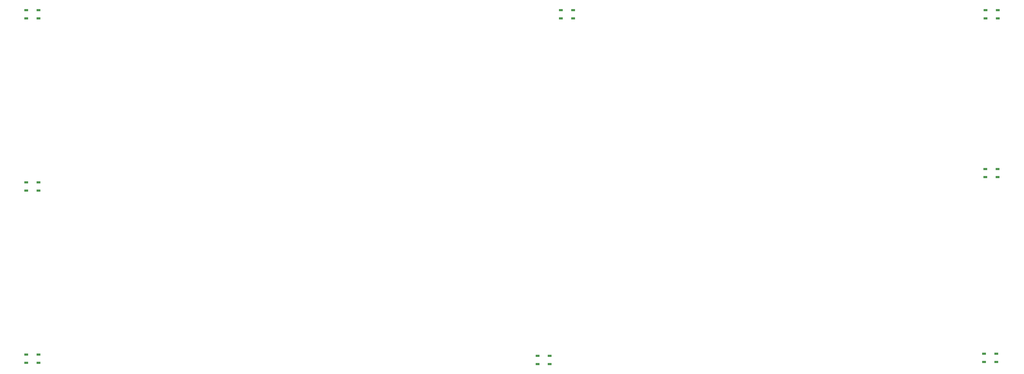
<source format=gbr>
%TF.GenerationSoftware,KiCad,Pcbnew,9.0.2*%
%TF.CreationDate,2025-06-29T16:27:35+05:30*%
%TF.ProjectId,Mechatron Schematic,4d656368-6174-4726-9f6e-20536368656d,rev?*%
%TF.SameCoordinates,Original*%
%TF.FileFunction,Paste,Bot*%
%TF.FilePolarity,Positive*%
%FSLAX46Y46*%
G04 Gerber Fmt 4.6, Leading zero omitted, Abs format (unit mm)*
G04 Created by KiCad (PCBNEW 9.0.2) date 2025-06-29 16:27:35*
%MOMM*%
%LPD*%
G01*
G04 APERTURE LIST*
G04 Aperture macros list*
%AMRoundRect*
0 Rectangle with rounded corners*
0 $1 Rounding radius*
0 $2 $3 $4 $5 $6 $7 $8 $9 X,Y pos of 4 corners*
0 Add a 4 corners polygon primitive as box body*
4,1,4,$2,$3,$4,$5,$6,$7,$8,$9,$2,$3,0*
0 Add four circle primitives for the rounded corners*
1,1,$1+$1,$2,$3*
1,1,$1+$1,$4,$5*
1,1,$1+$1,$6,$7*
1,1,$1+$1,$8,$9*
0 Add four rect primitives between the rounded corners*
20,1,$1+$1,$2,$3,$4,$5,0*
20,1,$1+$1,$4,$5,$6,$7,0*
20,1,$1+$1,$6,$7,$8,$9,0*
20,1,$1+$1,$8,$9,$2,$3,0*%
G04 Aperture macros list end*
%ADD10RoundRect,0.090000X0.660000X0.360000X-0.660000X0.360000X-0.660000X-0.360000X0.660000X-0.360000X0*%
G04 APERTURE END LIST*
D10*
%TO.C,D95*%
X306650000Y-288200000D03*
X306650000Y-291500000D03*
X301750000Y-291500000D03*
X301750000Y-288200000D03*
%TD*%
%TO.C,D93*%
X102000000Y-218700000D03*
X102000000Y-222000000D03*
X97100000Y-222000000D03*
X97100000Y-218700000D03*
%TD*%
%TO.C,D98*%
X485950000Y-213350000D03*
X485950000Y-216650000D03*
X481050000Y-216650000D03*
X481050000Y-213350000D03*
%TD*%
%TO.C,D91*%
X316000000Y-149700000D03*
X316000000Y-153000000D03*
X311100000Y-153000000D03*
X311100000Y-149700000D03*
%TD*%
%TO.C,D97*%
X486000000Y-149700000D03*
X486000000Y-153000000D03*
X481100000Y-153000000D03*
X481100000Y-149700000D03*
%TD*%
%TO.C,D96*%
X485450000Y-287350000D03*
X485450000Y-290650000D03*
X480550000Y-290650000D03*
X480550000Y-287350000D03*
%TD*%
%TO.C,D94*%
X101980000Y-287700000D03*
X101980000Y-291000000D03*
X97080000Y-291000000D03*
X97080000Y-287700000D03*
%TD*%
%TO.C,D92*%
X102000000Y-149700000D03*
X102000000Y-153000000D03*
X97100000Y-153000000D03*
X97100000Y-149700000D03*
%TD*%
M02*

</source>
